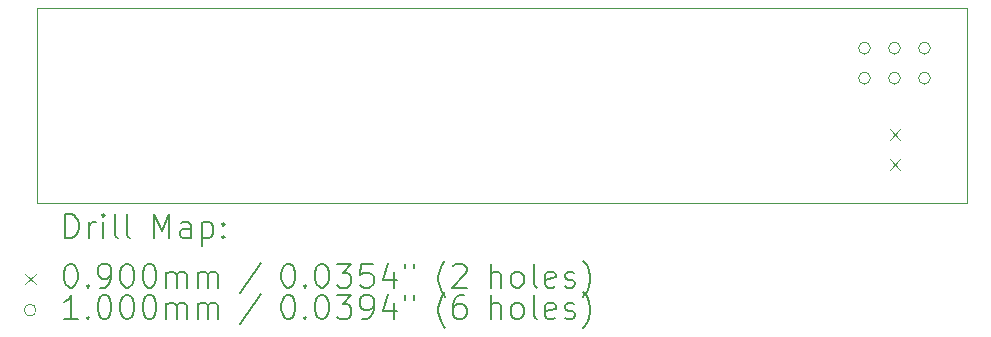
<source format=gbr>
%TF.GenerationSoftware,KiCad,Pcbnew,(6.99.0-2452-gdb4f2d9dd8)*%
%TF.CreationDate,2022-07-29T17:14:19-05:00*%
%TF.ProjectId,crew-SAO,63726577-2d53-4414-9f2e-6b696361645f,rev?*%
%TF.SameCoordinates,Original*%
%TF.FileFunction,Drillmap*%
%TF.FilePolarity,Positive*%
%FSLAX45Y45*%
G04 Gerber Fmt 4.5, Leading zero omitted, Abs format (unit mm)*
G04 Created by KiCad (PCBNEW (6.99.0-2452-gdb4f2d9dd8)) date 2022-07-29 17:14:19*
%MOMM*%
%LPD*%
G01*
G04 APERTURE LIST*
%ADD10C,0.100000*%
%ADD11C,0.200000*%
%ADD12C,0.090000*%
G04 APERTURE END LIST*
D10*
X8412000Y-12273000D02*
X16288000Y-12273000D01*
X16288000Y-12273000D02*
X16288000Y-13922000D01*
X16288000Y-13922000D02*
X8412000Y-13922000D01*
X8412000Y-13922000D02*
X8412000Y-12273000D01*
D11*
D12*
X15635000Y-13300000D02*
X15725000Y-13390000D01*
X15725000Y-13300000D02*
X15635000Y-13390000D01*
X15635000Y-13554000D02*
X15725000Y-13644000D01*
X15725000Y-13554000D02*
X15635000Y-13644000D01*
D10*
X15471000Y-12613000D02*
G75*
G03*
X15471000Y-12613000I-50000J0D01*
G01*
X15471000Y-12867000D02*
G75*
G03*
X15471000Y-12867000I-50000J0D01*
G01*
X15725000Y-12613000D02*
G75*
G03*
X15725000Y-12613000I-50000J0D01*
G01*
X15725000Y-12867000D02*
G75*
G03*
X15725000Y-12867000I-50000J0D01*
G01*
X15979000Y-12613000D02*
G75*
G03*
X15979000Y-12613000I-50000J0D01*
G01*
X15979000Y-12867000D02*
G75*
G03*
X15979000Y-12867000I-50000J0D01*
G01*
D11*
X8654619Y-14220476D02*
X8654619Y-14020476D01*
X8654619Y-14020476D02*
X8702238Y-14020476D01*
X8702238Y-14020476D02*
X8730810Y-14030000D01*
X8730810Y-14030000D02*
X8749857Y-14049048D01*
X8749857Y-14049048D02*
X8759381Y-14068095D01*
X8759381Y-14068095D02*
X8768905Y-14106190D01*
X8768905Y-14106190D02*
X8768905Y-14134762D01*
X8768905Y-14134762D02*
X8759381Y-14172857D01*
X8759381Y-14172857D02*
X8749857Y-14191905D01*
X8749857Y-14191905D02*
X8730810Y-14210952D01*
X8730810Y-14210952D02*
X8702238Y-14220476D01*
X8702238Y-14220476D02*
X8654619Y-14220476D01*
X8854619Y-14220476D02*
X8854619Y-14087143D01*
X8854619Y-14125238D02*
X8864143Y-14106190D01*
X8864143Y-14106190D02*
X8873667Y-14096667D01*
X8873667Y-14096667D02*
X8892714Y-14087143D01*
X8892714Y-14087143D02*
X8911762Y-14087143D01*
X8978429Y-14220476D02*
X8978429Y-14087143D01*
X8978429Y-14020476D02*
X8968905Y-14030000D01*
X8968905Y-14030000D02*
X8978429Y-14039524D01*
X8978429Y-14039524D02*
X8987952Y-14030000D01*
X8987952Y-14030000D02*
X8978429Y-14020476D01*
X8978429Y-14020476D02*
X8978429Y-14039524D01*
X9102238Y-14220476D02*
X9083190Y-14210952D01*
X9083190Y-14210952D02*
X9073667Y-14191905D01*
X9073667Y-14191905D02*
X9073667Y-14020476D01*
X9207000Y-14220476D02*
X9187952Y-14210952D01*
X9187952Y-14210952D02*
X9178429Y-14191905D01*
X9178429Y-14191905D02*
X9178429Y-14020476D01*
X9403190Y-14220476D02*
X9403190Y-14020476D01*
X9403190Y-14020476D02*
X9469857Y-14163333D01*
X9469857Y-14163333D02*
X9536524Y-14020476D01*
X9536524Y-14020476D02*
X9536524Y-14220476D01*
X9717476Y-14220476D02*
X9717476Y-14115714D01*
X9717476Y-14115714D02*
X9707952Y-14096667D01*
X9707952Y-14096667D02*
X9688905Y-14087143D01*
X9688905Y-14087143D02*
X9650809Y-14087143D01*
X9650809Y-14087143D02*
X9631762Y-14096667D01*
X9717476Y-14210952D02*
X9698429Y-14220476D01*
X9698429Y-14220476D02*
X9650809Y-14220476D01*
X9650809Y-14220476D02*
X9631762Y-14210952D01*
X9631762Y-14210952D02*
X9622238Y-14191905D01*
X9622238Y-14191905D02*
X9622238Y-14172857D01*
X9622238Y-14172857D02*
X9631762Y-14153809D01*
X9631762Y-14153809D02*
X9650809Y-14144286D01*
X9650809Y-14144286D02*
X9698429Y-14144286D01*
X9698429Y-14144286D02*
X9717476Y-14134762D01*
X9812714Y-14087143D02*
X9812714Y-14287143D01*
X9812714Y-14096667D02*
X9831762Y-14087143D01*
X9831762Y-14087143D02*
X9869857Y-14087143D01*
X9869857Y-14087143D02*
X9888905Y-14096667D01*
X9888905Y-14096667D02*
X9898429Y-14106190D01*
X9898429Y-14106190D02*
X9907952Y-14125238D01*
X9907952Y-14125238D02*
X9907952Y-14182381D01*
X9907952Y-14182381D02*
X9898429Y-14201428D01*
X9898429Y-14201428D02*
X9888905Y-14210952D01*
X9888905Y-14210952D02*
X9869857Y-14220476D01*
X9869857Y-14220476D02*
X9831762Y-14220476D01*
X9831762Y-14220476D02*
X9812714Y-14210952D01*
X9993667Y-14201428D02*
X10003190Y-14210952D01*
X10003190Y-14210952D02*
X9993667Y-14220476D01*
X9993667Y-14220476D02*
X9984143Y-14210952D01*
X9984143Y-14210952D02*
X9993667Y-14201428D01*
X9993667Y-14201428D02*
X9993667Y-14220476D01*
X9993667Y-14096667D02*
X10003190Y-14106190D01*
X10003190Y-14106190D02*
X9993667Y-14115714D01*
X9993667Y-14115714D02*
X9984143Y-14106190D01*
X9984143Y-14106190D02*
X9993667Y-14096667D01*
X9993667Y-14096667D02*
X9993667Y-14115714D01*
D12*
X8317000Y-14522000D02*
X8407000Y-14612000D01*
X8407000Y-14522000D02*
X8317000Y-14612000D01*
D11*
X8692714Y-14440476D02*
X8711762Y-14440476D01*
X8711762Y-14440476D02*
X8730810Y-14450000D01*
X8730810Y-14450000D02*
X8740333Y-14459524D01*
X8740333Y-14459524D02*
X8749857Y-14478571D01*
X8749857Y-14478571D02*
X8759381Y-14516667D01*
X8759381Y-14516667D02*
X8759381Y-14564286D01*
X8759381Y-14564286D02*
X8749857Y-14602381D01*
X8749857Y-14602381D02*
X8740333Y-14621428D01*
X8740333Y-14621428D02*
X8730810Y-14630952D01*
X8730810Y-14630952D02*
X8711762Y-14640476D01*
X8711762Y-14640476D02*
X8692714Y-14640476D01*
X8692714Y-14640476D02*
X8673667Y-14630952D01*
X8673667Y-14630952D02*
X8664143Y-14621428D01*
X8664143Y-14621428D02*
X8654619Y-14602381D01*
X8654619Y-14602381D02*
X8645095Y-14564286D01*
X8645095Y-14564286D02*
X8645095Y-14516667D01*
X8645095Y-14516667D02*
X8654619Y-14478571D01*
X8654619Y-14478571D02*
X8664143Y-14459524D01*
X8664143Y-14459524D02*
X8673667Y-14450000D01*
X8673667Y-14450000D02*
X8692714Y-14440476D01*
X8845095Y-14621428D02*
X8854619Y-14630952D01*
X8854619Y-14630952D02*
X8845095Y-14640476D01*
X8845095Y-14640476D02*
X8835571Y-14630952D01*
X8835571Y-14630952D02*
X8845095Y-14621428D01*
X8845095Y-14621428D02*
X8845095Y-14640476D01*
X8949857Y-14640476D02*
X8987952Y-14640476D01*
X8987952Y-14640476D02*
X9007000Y-14630952D01*
X9007000Y-14630952D02*
X9016524Y-14621428D01*
X9016524Y-14621428D02*
X9035571Y-14592857D01*
X9035571Y-14592857D02*
X9045095Y-14554762D01*
X9045095Y-14554762D02*
X9045095Y-14478571D01*
X9045095Y-14478571D02*
X9035571Y-14459524D01*
X9035571Y-14459524D02*
X9026048Y-14450000D01*
X9026048Y-14450000D02*
X9007000Y-14440476D01*
X9007000Y-14440476D02*
X8968905Y-14440476D01*
X8968905Y-14440476D02*
X8949857Y-14450000D01*
X8949857Y-14450000D02*
X8940333Y-14459524D01*
X8940333Y-14459524D02*
X8930810Y-14478571D01*
X8930810Y-14478571D02*
X8930810Y-14526190D01*
X8930810Y-14526190D02*
X8940333Y-14545238D01*
X8940333Y-14545238D02*
X8949857Y-14554762D01*
X8949857Y-14554762D02*
X8968905Y-14564286D01*
X8968905Y-14564286D02*
X9007000Y-14564286D01*
X9007000Y-14564286D02*
X9026048Y-14554762D01*
X9026048Y-14554762D02*
X9035571Y-14545238D01*
X9035571Y-14545238D02*
X9045095Y-14526190D01*
X9168905Y-14440476D02*
X9187952Y-14440476D01*
X9187952Y-14440476D02*
X9207000Y-14450000D01*
X9207000Y-14450000D02*
X9216524Y-14459524D01*
X9216524Y-14459524D02*
X9226048Y-14478571D01*
X9226048Y-14478571D02*
X9235571Y-14516667D01*
X9235571Y-14516667D02*
X9235571Y-14564286D01*
X9235571Y-14564286D02*
X9226048Y-14602381D01*
X9226048Y-14602381D02*
X9216524Y-14621428D01*
X9216524Y-14621428D02*
X9207000Y-14630952D01*
X9207000Y-14630952D02*
X9187952Y-14640476D01*
X9187952Y-14640476D02*
X9168905Y-14640476D01*
X9168905Y-14640476D02*
X9149857Y-14630952D01*
X9149857Y-14630952D02*
X9140333Y-14621428D01*
X9140333Y-14621428D02*
X9130810Y-14602381D01*
X9130810Y-14602381D02*
X9121286Y-14564286D01*
X9121286Y-14564286D02*
X9121286Y-14516667D01*
X9121286Y-14516667D02*
X9130810Y-14478571D01*
X9130810Y-14478571D02*
X9140333Y-14459524D01*
X9140333Y-14459524D02*
X9149857Y-14450000D01*
X9149857Y-14450000D02*
X9168905Y-14440476D01*
X9359381Y-14440476D02*
X9378429Y-14440476D01*
X9378429Y-14440476D02*
X9397476Y-14450000D01*
X9397476Y-14450000D02*
X9407000Y-14459524D01*
X9407000Y-14459524D02*
X9416524Y-14478571D01*
X9416524Y-14478571D02*
X9426048Y-14516667D01*
X9426048Y-14516667D02*
X9426048Y-14564286D01*
X9426048Y-14564286D02*
X9416524Y-14602381D01*
X9416524Y-14602381D02*
X9407000Y-14621428D01*
X9407000Y-14621428D02*
X9397476Y-14630952D01*
X9397476Y-14630952D02*
X9378429Y-14640476D01*
X9378429Y-14640476D02*
X9359381Y-14640476D01*
X9359381Y-14640476D02*
X9340333Y-14630952D01*
X9340333Y-14630952D02*
X9330810Y-14621428D01*
X9330810Y-14621428D02*
X9321286Y-14602381D01*
X9321286Y-14602381D02*
X9311762Y-14564286D01*
X9311762Y-14564286D02*
X9311762Y-14516667D01*
X9311762Y-14516667D02*
X9321286Y-14478571D01*
X9321286Y-14478571D02*
X9330810Y-14459524D01*
X9330810Y-14459524D02*
X9340333Y-14450000D01*
X9340333Y-14450000D02*
X9359381Y-14440476D01*
X9511762Y-14640476D02*
X9511762Y-14507143D01*
X9511762Y-14526190D02*
X9521286Y-14516667D01*
X9521286Y-14516667D02*
X9540333Y-14507143D01*
X9540333Y-14507143D02*
X9568905Y-14507143D01*
X9568905Y-14507143D02*
X9587952Y-14516667D01*
X9587952Y-14516667D02*
X9597476Y-14535714D01*
X9597476Y-14535714D02*
X9597476Y-14640476D01*
X9597476Y-14535714D02*
X9607000Y-14516667D01*
X9607000Y-14516667D02*
X9626048Y-14507143D01*
X9626048Y-14507143D02*
X9654619Y-14507143D01*
X9654619Y-14507143D02*
X9673667Y-14516667D01*
X9673667Y-14516667D02*
X9683191Y-14535714D01*
X9683191Y-14535714D02*
X9683191Y-14640476D01*
X9778429Y-14640476D02*
X9778429Y-14507143D01*
X9778429Y-14526190D02*
X9787952Y-14516667D01*
X9787952Y-14516667D02*
X9807000Y-14507143D01*
X9807000Y-14507143D02*
X9835572Y-14507143D01*
X9835572Y-14507143D02*
X9854619Y-14516667D01*
X9854619Y-14516667D02*
X9864143Y-14535714D01*
X9864143Y-14535714D02*
X9864143Y-14640476D01*
X9864143Y-14535714D02*
X9873667Y-14516667D01*
X9873667Y-14516667D02*
X9892714Y-14507143D01*
X9892714Y-14507143D02*
X9921286Y-14507143D01*
X9921286Y-14507143D02*
X9940333Y-14516667D01*
X9940333Y-14516667D02*
X9949857Y-14535714D01*
X9949857Y-14535714D02*
X9949857Y-14640476D01*
X10307952Y-14430952D02*
X10136524Y-14688095D01*
X10532714Y-14440476D02*
X10551762Y-14440476D01*
X10551762Y-14440476D02*
X10570810Y-14450000D01*
X10570810Y-14450000D02*
X10580333Y-14459524D01*
X10580333Y-14459524D02*
X10589857Y-14478571D01*
X10589857Y-14478571D02*
X10599381Y-14516667D01*
X10599381Y-14516667D02*
X10599381Y-14564286D01*
X10599381Y-14564286D02*
X10589857Y-14602381D01*
X10589857Y-14602381D02*
X10580333Y-14621428D01*
X10580333Y-14621428D02*
X10570810Y-14630952D01*
X10570810Y-14630952D02*
X10551762Y-14640476D01*
X10551762Y-14640476D02*
X10532714Y-14640476D01*
X10532714Y-14640476D02*
X10513667Y-14630952D01*
X10513667Y-14630952D02*
X10504143Y-14621428D01*
X10504143Y-14621428D02*
X10494619Y-14602381D01*
X10494619Y-14602381D02*
X10485095Y-14564286D01*
X10485095Y-14564286D02*
X10485095Y-14516667D01*
X10485095Y-14516667D02*
X10494619Y-14478571D01*
X10494619Y-14478571D02*
X10504143Y-14459524D01*
X10504143Y-14459524D02*
X10513667Y-14450000D01*
X10513667Y-14450000D02*
X10532714Y-14440476D01*
X10685095Y-14621428D02*
X10694619Y-14630952D01*
X10694619Y-14630952D02*
X10685095Y-14640476D01*
X10685095Y-14640476D02*
X10675572Y-14630952D01*
X10675572Y-14630952D02*
X10685095Y-14621428D01*
X10685095Y-14621428D02*
X10685095Y-14640476D01*
X10818429Y-14440476D02*
X10837476Y-14440476D01*
X10837476Y-14440476D02*
X10856524Y-14450000D01*
X10856524Y-14450000D02*
X10866048Y-14459524D01*
X10866048Y-14459524D02*
X10875572Y-14478571D01*
X10875572Y-14478571D02*
X10885095Y-14516667D01*
X10885095Y-14516667D02*
X10885095Y-14564286D01*
X10885095Y-14564286D02*
X10875572Y-14602381D01*
X10875572Y-14602381D02*
X10866048Y-14621428D01*
X10866048Y-14621428D02*
X10856524Y-14630952D01*
X10856524Y-14630952D02*
X10837476Y-14640476D01*
X10837476Y-14640476D02*
X10818429Y-14640476D01*
X10818429Y-14640476D02*
X10799381Y-14630952D01*
X10799381Y-14630952D02*
X10789857Y-14621428D01*
X10789857Y-14621428D02*
X10780333Y-14602381D01*
X10780333Y-14602381D02*
X10770810Y-14564286D01*
X10770810Y-14564286D02*
X10770810Y-14516667D01*
X10770810Y-14516667D02*
X10780333Y-14478571D01*
X10780333Y-14478571D02*
X10789857Y-14459524D01*
X10789857Y-14459524D02*
X10799381Y-14450000D01*
X10799381Y-14450000D02*
X10818429Y-14440476D01*
X10951762Y-14440476D02*
X11075572Y-14440476D01*
X11075572Y-14440476D02*
X11008905Y-14516667D01*
X11008905Y-14516667D02*
X11037476Y-14516667D01*
X11037476Y-14516667D02*
X11056524Y-14526190D01*
X11056524Y-14526190D02*
X11066048Y-14535714D01*
X11066048Y-14535714D02*
X11075572Y-14554762D01*
X11075572Y-14554762D02*
X11075572Y-14602381D01*
X11075572Y-14602381D02*
X11066048Y-14621428D01*
X11066048Y-14621428D02*
X11056524Y-14630952D01*
X11056524Y-14630952D02*
X11037476Y-14640476D01*
X11037476Y-14640476D02*
X10980333Y-14640476D01*
X10980333Y-14640476D02*
X10961286Y-14630952D01*
X10961286Y-14630952D02*
X10951762Y-14621428D01*
X11256524Y-14440476D02*
X11161286Y-14440476D01*
X11161286Y-14440476D02*
X11151762Y-14535714D01*
X11151762Y-14535714D02*
X11161286Y-14526190D01*
X11161286Y-14526190D02*
X11180333Y-14516667D01*
X11180333Y-14516667D02*
X11227952Y-14516667D01*
X11227952Y-14516667D02*
X11247000Y-14526190D01*
X11247000Y-14526190D02*
X11256524Y-14535714D01*
X11256524Y-14535714D02*
X11266048Y-14554762D01*
X11266048Y-14554762D02*
X11266048Y-14602381D01*
X11266048Y-14602381D02*
X11256524Y-14621428D01*
X11256524Y-14621428D02*
X11247000Y-14630952D01*
X11247000Y-14630952D02*
X11227952Y-14640476D01*
X11227952Y-14640476D02*
X11180333Y-14640476D01*
X11180333Y-14640476D02*
X11161286Y-14630952D01*
X11161286Y-14630952D02*
X11151762Y-14621428D01*
X11437476Y-14507143D02*
X11437476Y-14640476D01*
X11389857Y-14430952D02*
X11342238Y-14573809D01*
X11342238Y-14573809D02*
X11466048Y-14573809D01*
X11532714Y-14440476D02*
X11532714Y-14478571D01*
X11608905Y-14440476D02*
X11608905Y-14478571D01*
X11871762Y-14716667D02*
X11862238Y-14707143D01*
X11862238Y-14707143D02*
X11843191Y-14678571D01*
X11843191Y-14678571D02*
X11833667Y-14659524D01*
X11833667Y-14659524D02*
X11824143Y-14630952D01*
X11824143Y-14630952D02*
X11814619Y-14583333D01*
X11814619Y-14583333D02*
X11814619Y-14545238D01*
X11814619Y-14545238D02*
X11824143Y-14497619D01*
X11824143Y-14497619D02*
X11833667Y-14469048D01*
X11833667Y-14469048D02*
X11843191Y-14450000D01*
X11843191Y-14450000D02*
X11862238Y-14421428D01*
X11862238Y-14421428D02*
X11871762Y-14411905D01*
X11938429Y-14459524D02*
X11947952Y-14450000D01*
X11947952Y-14450000D02*
X11967000Y-14440476D01*
X11967000Y-14440476D02*
X12014619Y-14440476D01*
X12014619Y-14440476D02*
X12033667Y-14450000D01*
X12033667Y-14450000D02*
X12043191Y-14459524D01*
X12043191Y-14459524D02*
X12052714Y-14478571D01*
X12052714Y-14478571D02*
X12052714Y-14497619D01*
X12052714Y-14497619D02*
X12043191Y-14526190D01*
X12043191Y-14526190D02*
X11928905Y-14640476D01*
X11928905Y-14640476D02*
X12052714Y-14640476D01*
X12258429Y-14640476D02*
X12258429Y-14440476D01*
X12344143Y-14640476D02*
X12344143Y-14535714D01*
X12344143Y-14535714D02*
X12334619Y-14516667D01*
X12334619Y-14516667D02*
X12315572Y-14507143D01*
X12315572Y-14507143D02*
X12287000Y-14507143D01*
X12287000Y-14507143D02*
X12267952Y-14516667D01*
X12267952Y-14516667D02*
X12258429Y-14526190D01*
X12467952Y-14640476D02*
X12448905Y-14630952D01*
X12448905Y-14630952D02*
X12439381Y-14621428D01*
X12439381Y-14621428D02*
X12429857Y-14602381D01*
X12429857Y-14602381D02*
X12429857Y-14545238D01*
X12429857Y-14545238D02*
X12439381Y-14526190D01*
X12439381Y-14526190D02*
X12448905Y-14516667D01*
X12448905Y-14516667D02*
X12467952Y-14507143D01*
X12467952Y-14507143D02*
X12496524Y-14507143D01*
X12496524Y-14507143D02*
X12515572Y-14516667D01*
X12515572Y-14516667D02*
X12525095Y-14526190D01*
X12525095Y-14526190D02*
X12534619Y-14545238D01*
X12534619Y-14545238D02*
X12534619Y-14602381D01*
X12534619Y-14602381D02*
X12525095Y-14621428D01*
X12525095Y-14621428D02*
X12515572Y-14630952D01*
X12515572Y-14630952D02*
X12496524Y-14640476D01*
X12496524Y-14640476D02*
X12467952Y-14640476D01*
X12648905Y-14640476D02*
X12629857Y-14630952D01*
X12629857Y-14630952D02*
X12620333Y-14611905D01*
X12620333Y-14611905D02*
X12620333Y-14440476D01*
X12801286Y-14630952D02*
X12782238Y-14640476D01*
X12782238Y-14640476D02*
X12744143Y-14640476D01*
X12744143Y-14640476D02*
X12725095Y-14630952D01*
X12725095Y-14630952D02*
X12715572Y-14611905D01*
X12715572Y-14611905D02*
X12715572Y-14535714D01*
X12715572Y-14535714D02*
X12725095Y-14516667D01*
X12725095Y-14516667D02*
X12744143Y-14507143D01*
X12744143Y-14507143D02*
X12782238Y-14507143D01*
X12782238Y-14507143D02*
X12801286Y-14516667D01*
X12801286Y-14516667D02*
X12810810Y-14535714D01*
X12810810Y-14535714D02*
X12810810Y-14554762D01*
X12810810Y-14554762D02*
X12715572Y-14573809D01*
X12887000Y-14630952D02*
X12906048Y-14640476D01*
X12906048Y-14640476D02*
X12944143Y-14640476D01*
X12944143Y-14640476D02*
X12963191Y-14630952D01*
X12963191Y-14630952D02*
X12972714Y-14611905D01*
X12972714Y-14611905D02*
X12972714Y-14602381D01*
X12972714Y-14602381D02*
X12963191Y-14583333D01*
X12963191Y-14583333D02*
X12944143Y-14573809D01*
X12944143Y-14573809D02*
X12915572Y-14573809D01*
X12915572Y-14573809D02*
X12896524Y-14564286D01*
X12896524Y-14564286D02*
X12887000Y-14545238D01*
X12887000Y-14545238D02*
X12887000Y-14535714D01*
X12887000Y-14535714D02*
X12896524Y-14516667D01*
X12896524Y-14516667D02*
X12915572Y-14507143D01*
X12915572Y-14507143D02*
X12944143Y-14507143D01*
X12944143Y-14507143D02*
X12963191Y-14516667D01*
X13039381Y-14716667D02*
X13048905Y-14707143D01*
X13048905Y-14707143D02*
X13067953Y-14678571D01*
X13067953Y-14678571D02*
X13077476Y-14659524D01*
X13077476Y-14659524D02*
X13087000Y-14630952D01*
X13087000Y-14630952D02*
X13096524Y-14583333D01*
X13096524Y-14583333D02*
X13096524Y-14545238D01*
X13096524Y-14545238D02*
X13087000Y-14497619D01*
X13087000Y-14497619D02*
X13077476Y-14469048D01*
X13077476Y-14469048D02*
X13067953Y-14450000D01*
X13067953Y-14450000D02*
X13048905Y-14421428D01*
X13048905Y-14421428D02*
X13039381Y-14411905D01*
D10*
X8407000Y-14831000D02*
G75*
G03*
X8407000Y-14831000I-50000J0D01*
G01*
D11*
X8759381Y-14904476D02*
X8645095Y-14904476D01*
X8702238Y-14904476D02*
X8702238Y-14704476D01*
X8702238Y-14704476D02*
X8683190Y-14733048D01*
X8683190Y-14733048D02*
X8664143Y-14752095D01*
X8664143Y-14752095D02*
X8645095Y-14761619D01*
X8845095Y-14885428D02*
X8854619Y-14894952D01*
X8854619Y-14894952D02*
X8845095Y-14904476D01*
X8845095Y-14904476D02*
X8835571Y-14894952D01*
X8835571Y-14894952D02*
X8845095Y-14885428D01*
X8845095Y-14885428D02*
X8845095Y-14904476D01*
X8978429Y-14704476D02*
X8997476Y-14704476D01*
X8997476Y-14704476D02*
X9016524Y-14714000D01*
X9016524Y-14714000D02*
X9026048Y-14723524D01*
X9026048Y-14723524D02*
X9035571Y-14742571D01*
X9035571Y-14742571D02*
X9045095Y-14780667D01*
X9045095Y-14780667D02*
X9045095Y-14828286D01*
X9045095Y-14828286D02*
X9035571Y-14866381D01*
X9035571Y-14866381D02*
X9026048Y-14885428D01*
X9026048Y-14885428D02*
X9016524Y-14894952D01*
X9016524Y-14894952D02*
X8997476Y-14904476D01*
X8997476Y-14904476D02*
X8978429Y-14904476D01*
X8978429Y-14904476D02*
X8959381Y-14894952D01*
X8959381Y-14894952D02*
X8949857Y-14885428D01*
X8949857Y-14885428D02*
X8940333Y-14866381D01*
X8940333Y-14866381D02*
X8930810Y-14828286D01*
X8930810Y-14828286D02*
X8930810Y-14780667D01*
X8930810Y-14780667D02*
X8940333Y-14742571D01*
X8940333Y-14742571D02*
X8949857Y-14723524D01*
X8949857Y-14723524D02*
X8959381Y-14714000D01*
X8959381Y-14714000D02*
X8978429Y-14704476D01*
X9168905Y-14704476D02*
X9187952Y-14704476D01*
X9187952Y-14704476D02*
X9207000Y-14714000D01*
X9207000Y-14714000D02*
X9216524Y-14723524D01*
X9216524Y-14723524D02*
X9226048Y-14742571D01*
X9226048Y-14742571D02*
X9235571Y-14780667D01*
X9235571Y-14780667D02*
X9235571Y-14828286D01*
X9235571Y-14828286D02*
X9226048Y-14866381D01*
X9226048Y-14866381D02*
X9216524Y-14885428D01*
X9216524Y-14885428D02*
X9207000Y-14894952D01*
X9207000Y-14894952D02*
X9187952Y-14904476D01*
X9187952Y-14904476D02*
X9168905Y-14904476D01*
X9168905Y-14904476D02*
X9149857Y-14894952D01*
X9149857Y-14894952D02*
X9140333Y-14885428D01*
X9140333Y-14885428D02*
X9130810Y-14866381D01*
X9130810Y-14866381D02*
X9121286Y-14828286D01*
X9121286Y-14828286D02*
X9121286Y-14780667D01*
X9121286Y-14780667D02*
X9130810Y-14742571D01*
X9130810Y-14742571D02*
X9140333Y-14723524D01*
X9140333Y-14723524D02*
X9149857Y-14714000D01*
X9149857Y-14714000D02*
X9168905Y-14704476D01*
X9359381Y-14704476D02*
X9378429Y-14704476D01*
X9378429Y-14704476D02*
X9397476Y-14714000D01*
X9397476Y-14714000D02*
X9407000Y-14723524D01*
X9407000Y-14723524D02*
X9416524Y-14742571D01*
X9416524Y-14742571D02*
X9426048Y-14780667D01*
X9426048Y-14780667D02*
X9426048Y-14828286D01*
X9426048Y-14828286D02*
X9416524Y-14866381D01*
X9416524Y-14866381D02*
X9407000Y-14885428D01*
X9407000Y-14885428D02*
X9397476Y-14894952D01*
X9397476Y-14894952D02*
X9378429Y-14904476D01*
X9378429Y-14904476D02*
X9359381Y-14904476D01*
X9359381Y-14904476D02*
X9340333Y-14894952D01*
X9340333Y-14894952D02*
X9330810Y-14885428D01*
X9330810Y-14885428D02*
X9321286Y-14866381D01*
X9321286Y-14866381D02*
X9311762Y-14828286D01*
X9311762Y-14828286D02*
X9311762Y-14780667D01*
X9311762Y-14780667D02*
X9321286Y-14742571D01*
X9321286Y-14742571D02*
X9330810Y-14723524D01*
X9330810Y-14723524D02*
X9340333Y-14714000D01*
X9340333Y-14714000D02*
X9359381Y-14704476D01*
X9511762Y-14904476D02*
X9511762Y-14771143D01*
X9511762Y-14790190D02*
X9521286Y-14780667D01*
X9521286Y-14780667D02*
X9540333Y-14771143D01*
X9540333Y-14771143D02*
X9568905Y-14771143D01*
X9568905Y-14771143D02*
X9587952Y-14780667D01*
X9587952Y-14780667D02*
X9597476Y-14799714D01*
X9597476Y-14799714D02*
X9597476Y-14904476D01*
X9597476Y-14799714D02*
X9607000Y-14780667D01*
X9607000Y-14780667D02*
X9626048Y-14771143D01*
X9626048Y-14771143D02*
X9654619Y-14771143D01*
X9654619Y-14771143D02*
X9673667Y-14780667D01*
X9673667Y-14780667D02*
X9683191Y-14799714D01*
X9683191Y-14799714D02*
X9683191Y-14904476D01*
X9778429Y-14904476D02*
X9778429Y-14771143D01*
X9778429Y-14790190D02*
X9787952Y-14780667D01*
X9787952Y-14780667D02*
X9807000Y-14771143D01*
X9807000Y-14771143D02*
X9835572Y-14771143D01*
X9835572Y-14771143D02*
X9854619Y-14780667D01*
X9854619Y-14780667D02*
X9864143Y-14799714D01*
X9864143Y-14799714D02*
X9864143Y-14904476D01*
X9864143Y-14799714D02*
X9873667Y-14780667D01*
X9873667Y-14780667D02*
X9892714Y-14771143D01*
X9892714Y-14771143D02*
X9921286Y-14771143D01*
X9921286Y-14771143D02*
X9940333Y-14780667D01*
X9940333Y-14780667D02*
X9949857Y-14799714D01*
X9949857Y-14799714D02*
X9949857Y-14904476D01*
X10307952Y-14694952D02*
X10136524Y-14952095D01*
X10532714Y-14704476D02*
X10551762Y-14704476D01*
X10551762Y-14704476D02*
X10570810Y-14714000D01*
X10570810Y-14714000D02*
X10580333Y-14723524D01*
X10580333Y-14723524D02*
X10589857Y-14742571D01*
X10589857Y-14742571D02*
X10599381Y-14780667D01*
X10599381Y-14780667D02*
X10599381Y-14828286D01*
X10599381Y-14828286D02*
X10589857Y-14866381D01*
X10589857Y-14866381D02*
X10580333Y-14885428D01*
X10580333Y-14885428D02*
X10570810Y-14894952D01*
X10570810Y-14894952D02*
X10551762Y-14904476D01*
X10551762Y-14904476D02*
X10532714Y-14904476D01*
X10532714Y-14904476D02*
X10513667Y-14894952D01*
X10513667Y-14894952D02*
X10504143Y-14885428D01*
X10504143Y-14885428D02*
X10494619Y-14866381D01*
X10494619Y-14866381D02*
X10485095Y-14828286D01*
X10485095Y-14828286D02*
X10485095Y-14780667D01*
X10485095Y-14780667D02*
X10494619Y-14742571D01*
X10494619Y-14742571D02*
X10504143Y-14723524D01*
X10504143Y-14723524D02*
X10513667Y-14714000D01*
X10513667Y-14714000D02*
X10532714Y-14704476D01*
X10685095Y-14885428D02*
X10694619Y-14894952D01*
X10694619Y-14894952D02*
X10685095Y-14904476D01*
X10685095Y-14904476D02*
X10675572Y-14894952D01*
X10675572Y-14894952D02*
X10685095Y-14885428D01*
X10685095Y-14885428D02*
X10685095Y-14904476D01*
X10818429Y-14704476D02*
X10837476Y-14704476D01*
X10837476Y-14704476D02*
X10856524Y-14714000D01*
X10856524Y-14714000D02*
X10866048Y-14723524D01*
X10866048Y-14723524D02*
X10875572Y-14742571D01*
X10875572Y-14742571D02*
X10885095Y-14780667D01*
X10885095Y-14780667D02*
X10885095Y-14828286D01*
X10885095Y-14828286D02*
X10875572Y-14866381D01*
X10875572Y-14866381D02*
X10866048Y-14885428D01*
X10866048Y-14885428D02*
X10856524Y-14894952D01*
X10856524Y-14894952D02*
X10837476Y-14904476D01*
X10837476Y-14904476D02*
X10818429Y-14904476D01*
X10818429Y-14904476D02*
X10799381Y-14894952D01*
X10799381Y-14894952D02*
X10789857Y-14885428D01*
X10789857Y-14885428D02*
X10780333Y-14866381D01*
X10780333Y-14866381D02*
X10770810Y-14828286D01*
X10770810Y-14828286D02*
X10770810Y-14780667D01*
X10770810Y-14780667D02*
X10780333Y-14742571D01*
X10780333Y-14742571D02*
X10789857Y-14723524D01*
X10789857Y-14723524D02*
X10799381Y-14714000D01*
X10799381Y-14714000D02*
X10818429Y-14704476D01*
X10951762Y-14704476D02*
X11075572Y-14704476D01*
X11075572Y-14704476D02*
X11008905Y-14780667D01*
X11008905Y-14780667D02*
X11037476Y-14780667D01*
X11037476Y-14780667D02*
X11056524Y-14790190D01*
X11056524Y-14790190D02*
X11066048Y-14799714D01*
X11066048Y-14799714D02*
X11075572Y-14818762D01*
X11075572Y-14818762D02*
X11075572Y-14866381D01*
X11075572Y-14866381D02*
X11066048Y-14885428D01*
X11066048Y-14885428D02*
X11056524Y-14894952D01*
X11056524Y-14894952D02*
X11037476Y-14904476D01*
X11037476Y-14904476D02*
X10980333Y-14904476D01*
X10980333Y-14904476D02*
X10961286Y-14894952D01*
X10961286Y-14894952D02*
X10951762Y-14885428D01*
X11170810Y-14904476D02*
X11208905Y-14904476D01*
X11208905Y-14904476D02*
X11227952Y-14894952D01*
X11227952Y-14894952D02*
X11237476Y-14885428D01*
X11237476Y-14885428D02*
X11256524Y-14856857D01*
X11256524Y-14856857D02*
X11266048Y-14818762D01*
X11266048Y-14818762D02*
X11266048Y-14742571D01*
X11266048Y-14742571D02*
X11256524Y-14723524D01*
X11256524Y-14723524D02*
X11247000Y-14714000D01*
X11247000Y-14714000D02*
X11227952Y-14704476D01*
X11227952Y-14704476D02*
X11189857Y-14704476D01*
X11189857Y-14704476D02*
X11170810Y-14714000D01*
X11170810Y-14714000D02*
X11161286Y-14723524D01*
X11161286Y-14723524D02*
X11151762Y-14742571D01*
X11151762Y-14742571D02*
X11151762Y-14790190D01*
X11151762Y-14790190D02*
X11161286Y-14809238D01*
X11161286Y-14809238D02*
X11170810Y-14818762D01*
X11170810Y-14818762D02*
X11189857Y-14828286D01*
X11189857Y-14828286D02*
X11227952Y-14828286D01*
X11227952Y-14828286D02*
X11247000Y-14818762D01*
X11247000Y-14818762D02*
X11256524Y-14809238D01*
X11256524Y-14809238D02*
X11266048Y-14790190D01*
X11437476Y-14771143D02*
X11437476Y-14904476D01*
X11389857Y-14694952D02*
X11342238Y-14837809D01*
X11342238Y-14837809D02*
X11466048Y-14837809D01*
X11532714Y-14704476D02*
X11532714Y-14742571D01*
X11608905Y-14704476D02*
X11608905Y-14742571D01*
X11871762Y-14980667D02*
X11862238Y-14971143D01*
X11862238Y-14971143D02*
X11843191Y-14942571D01*
X11843191Y-14942571D02*
X11833667Y-14923524D01*
X11833667Y-14923524D02*
X11824143Y-14894952D01*
X11824143Y-14894952D02*
X11814619Y-14847333D01*
X11814619Y-14847333D02*
X11814619Y-14809238D01*
X11814619Y-14809238D02*
X11824143Y-14761619D01*
X11824143Y-14761619D02*
X11833667Y-14733048D01*
X11833667Y-14733048D02*
X11843191Y-14714000D01*
X11843191Y-14714000D02*
X11862238Y-14685428D01*
X11862238Y-14685428D02*
X11871762Y-14675905D01*
X12033667Y-14704476D02*
X11995571Y-14704476D01*
X11995571Y-14704476D02*
X11976524Y-14714000D01*
X11976524Y-14714000D02*
X11967000Y-14723524D01*
X11967000Y-14723524D02*
X11947952Y-14752095D01*
X11947952Y-14752095D02*
X11938429Y-14790190D01*
X11938429Y-14790190D02*
X11938429Y-14866381D01*
X11938429Y-14866381D02*
X11947952Y-14885428D01*
X11947952Y-14885428D02*
X11957476Y-14894952D01*
X11957476Y-14894952D02*
X11976524Y-14904476D01*
X11976524Y-14904476D02*
X12014619Y-14904476D01*
X12014619Y-14904476D02*
X12033667Y-14894952D01*
X12033667Y-14894952D02*
X12043191Y-14885428D01*
X12043191Y-14885428D02*
X12052714Y-14866381D01*
X12052714Y-14866381D02*
X12052714Y-14818762D01*
X12052714Y-14818762D02*
X12043191Y-14799714D01*
X12043191Y-14799714D02*
X12033667Y-14790190D01*
X12033667Y-14790190D02*
X12014619Y-14780667D01*
X12014619Y-14780667D02*
X11976524Y-14780667D01*
X11976524Y-14780667D02*
X11957476Y-14790190D01*
X11957476Y-14790190D02*
X11947952Y-14799714D01*
X11947952Y-14799714D02*
X11938429Y-14818762D01*
X12258429Y-14904476D02*
X12258429Y-14704476D01*
X12344143Y-14904476D02*
X12344143Y-14799714D01*
X12344143Y-14799714D02*
X12334619Y-14780667D01*
X12334619Y-14780667D02*
X12315572Y-14771143D01*
X12315572Y-14771143D02*
X12287000Y-14771143D01*
X12287000Y-14771143D02*
X12267952Y-14780667D01*
X12267952Y-14780667D02*
X12258429Y-14790190D01*
X12467952Y-14904476D02*
X12448905Y-14894952D01*
X12448905Y-14894952D02*
X12439381Y-14885428D01*
X12439381Y-14885428D02*
X12429857Y-14866381D01*
X12429857Y-14866381D02*
X12429857Y-14809238D01*
X12429857Y-14809238D02*
X12439381Y-14790190D01*
X12439381Y-14790190D02*
X12448905Y-14780667D01*
X12448905Y-14780667D02*
X12467952Y-14771143D01*
X12467952Y-14771143D02*
X12496524Y-14771143D01*
X12496524Y-14771143D02*
X12515572Y-14780667D01*
X12515572Y-14780667D02*
X12525095Y-14790190D01*
X12525095Y-14790190D02*
X12534619Y-14809238D01*
X12534619Y-14809238D02*
X12534619Y-14866381D01*
X12534619Y-14866381D02*
X12525095Y-14885428D01*
X12525095Y-14885428D02*
X12515572Y-14894952D01*
X12515572Y-14894952D02*
X12496524Y-14904476D01*
X12496524Y-14904476D02*
X12467952Y-14904476D01*
X12648905Y-14904476D02*
X12629857Y-14894952D01*
X12629857Y-14894952D02*
X12620333Y-14875905D01*
X12620333Y-14875905D02*
X12620333Y-14704476D01*
X12801286Y-14894952D02*
X12782238Y-14904476D01*
X12782238Y-14904476D02*
X12744143Y-14904476D01*
X12744143Y-14904476D02*
X12725095Y-14894952D01*
X12725095Y-14894952D02*
X12715572Y-14875905D01*
X12715572Y-14875905D02*
X12715572Y-14799714D01*
X12715572Y-14799714D02*
X12725095Y-14780667D01*
X12725095Y-14780667D02*
X12744143Y-14771143D01*
X12744143Y-14771143D02*
X12782238Y-14771143D01*
X12782238Y-14771143D02*
X12801286Y-14780667D01*
X12801286Y-14780667D02*
X12810810Y-14799714D01*
X12810810Y-14799714D02*
X12810810Y-14818762D01*
X12810810Y-14818762D02*
X12715572Y-14837809D01*
X12887000Y-14894952D02*
X12906048Y-14904476D01*
X12906048Y-14904476D02*
X12944143Y-14904476D01*
X12944143Y-14904476D02*
X12963191Y-14894952D01*
X12963191Y-14894952D02*
X12972714Y-14875905D01*
X12972714Y-14875905D02*
X12972714Y-14866381D01*
X12972714Y-14866381D02*
X12963191Y-14847333D01*
X12963191Y-14847333D02*
X12944143Y-14837809D01*
X12944143Y-14837809D02*
X12915572Y-14837809D01*
X12915572Y-14837809D02*
X12896524Y-14828286D01*
X12896524Y-14828286D02*
X12887000Y-14809238D01*
X12887000Y-14809238D02*
X12887000Y-14799714D01*
X12887000Y-14799714D02*
X12896524Y-14780667D01*
X12896524Y-14780667D02*
X12915572Y-14771143D01*
X12915572Y-14771143D02*
X12944143Y-14771143D01*
X12944143Y-14771143D02*
X12963191Y-14780667D01*
X13039381Y-14980667D02*
X13048905Y-14971143D01*
X13048905Y-14971143D02*
X13067953Y-14942571D01*
X13067953Y-14942571D02*
X13077476Y-14923524D01*
X13077476Y-14923524D02*
X13087000Y-14894952D01*
X13087000Y-14894952D02*
X13096524Y-14847333D01*
X13096524Y-14847333D02*
X13096524Y-14809238D01*
X13096524Y-14809238D02*
X13087000Y-14761619D01*
X13087000Y-14761619D02*
X13077476Y-14733048D01*
X13077476Y-14733048D02*
X13067953Y-14714000D01*
X13067953Y-14714000D02*
X13048905Y-14685428D01*
X13048905Y-14685428D02*
X13039381Y-14675905D01*
M02*

</source>
